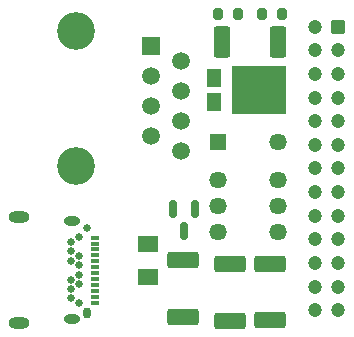
<source format=gbr>
%TF.GenerationSoftware,KiCad,Pcbnew,(6.0.5-0)*%
%TF.CreationDate,2022-06-16T12:53:31+02:00*%
%TF.ProjectId,Relay,52656c61-792e-46b6-9963-61645f706362,rev?*%
%TF.SameCoordinates,Original*%
%TF.FileFunction,Soldermask,Top*%
%TF.FilePolarity,Negative*%
%FSLAX46Y46*%
G04 Gerber Fmt 4.6, Leading zero omitted, Abs format (unit mm)*
G04 Created by KiCad (PCBNEW (6.0.5-0)) date 2022-06-16 12:53:31*
%MOMM*%
%LPD*%
G01*
G04 APERTURE LIST*
G04 Aperture macros list*
%AMRoundRect*
0 Rectangle with rounded corners*
0 $1 Rounding radius*
0 $2 $3 $4 $5 $6 $7 $8 $9 X,Y pos of 4 corners*
0 Add a 4 corners polygon primitive as box body*
4,1,4,$2,$3,$4,$5,$6,$7,$8,$9,$2,$3,0*
0 Add four circle primitives for the rounded corners*
1,1,$1+$1,$2,$3*
1,1,$1+$1,$4,$5*
1,1,$1+$1,$6,$7*
1,1,$1+$1,$8,$9*
0 Add four rect primitives between the rounded corners*
20,1,$1+$1,$2,$3,$4,$5,0*
20,1,$1+$1,$4,$5,$6,$7,0*
20,1,$1+$1,$6,$7,$8,$9,0*
20,1,$1+$1,$8,$9,$2,$3,0*%
G04 Aperture macros list end*
%ADD10O,0.650000X0.950000*%
%ADD11C,0.650000*%
%ADD12O,1.800000X0.950000*%
%ADD13O,1.400000X0.800000*%
%ADD14R,0.800000X0.300000*%
%ADD15R,1.800000X1.340000*%
%ADD16RoundRect,0.249999X-1.075001X0.450001X-1.075001X-0.450001X1.075001X-0.450001X1.075001X0.450001X0*%
%ADD17RoundRect,0.200000X0.200000X0.275000X-0.200000X0.275000X-0.200000X-0.275000X0.200000X-0.275000X0*%
%ADD18C,3.200000*%
%ADD19R,1.500000X1.500000*%
%ADD20C,1.500000*%
%ADD21RoundRect,0.150000X-0.150000X0.587500X-0.150000X-0.587500X0.150000X-0.587500X0.150000X0.587500X0*%
%ADD22R,1.200000X1.500000*%
%ADD23R,4.650000X4.150000*%
%ADD24RoundRect,0.250000X-0.350000X0.350000X-0.350000X-0.350000X0.350000X-0.350000X0.350000X0.350000X0*%
%ADD25C,1.200000*%
%ADD26R,1.458000X1.458000*%
%ADD27C,1.458000*%
%ADD28RoundRect,0.249999X0.450001X1.075001X-0.450001X1.075001X-0.450001X-1.075001X0.450001X-1.075001X0*%
G04 APERTURE END LIST*
D10*
%TO.C,J2*%
X154890000Y-78800000D03*
D11*
X154890000Y-71600000D03*
D12*
X149130000Y-79690000D03*
D13*
X153640000Y-79330000D03*
X153640000Y-71070000D03*
D12*
X149130000Y-70710000D03*
D14*
X155600000Y-72450000D03*
X155600000Y-72950000D03*
X155600000Y-73450000D03*
X155600000Y-73950000D03*
X155600000Y-74450000D03*
X155600000Y-74950000D03*
X155600000Y-75450000D03*
X155600000Y-75950000D03*
X155600000Y-76450000D03*
X155600000Y-76950000D03*
X155600000Y-77450000D03*
X155600000Y-77950000D03*
D11*
X154240000Y-78000000D03*
X153540000Y-77600000D03*
X153540000Y-76800000D03*
X154240000Y-76400000D03*
X153540000Y-76000000D03*
X154240000Y-75600000D03*
X154240000Y-74800000D03*
X153540000Y-74400000D03*
X154240000Y-74000000D03*
X153540000Y-73600000D03*
X153540000Y-72800000D03*
X154240000Y-72400000D03*
%TD*%
D15*
%TO.C,D1*%
X160075000Y-72945000D03*
X160075000Y-75805000D03*
%TD*%
D16*
%TO.C,R8*%
X170410000Y-74650000D03*
X170410000Y-79450000D03*
%TD*%
%TO.C,R7*%
X167020000Y-74680000D03*
X167020000Y-79480000D03*
%TD*%
D17*
%TO.C,R6*%
X167625000Y-53550000D03*
X165975000Y-53550000D03*
%TD*%
D18*
%TO.C,J3*%
X153950000Y-54987500D03*
X153950000Y-66417500D03*
D19*
X160300000Y-56257500D03*
D20*
X162840000Y-57527500D03*
X160300000Y-58797500D03*
X162840000Y-60067500D03*
X160300000Y-61337500D03*
X162840000Y-62607500D03*
X160300000Y-63877500D03*
X162840000Y-65147500D03*
%TD*%
D21*
%TO.C,Q1*%
X164025000Y-70012500D03*
X162125000Y-70012500D03*
X163075000Y-71887500D03*
%TD*%
D17*
%TO.C,R5*%
X171375000Y-53475000D03*
X169725000Y-53475000D03*
%TD*%
D22*
%TO.C,CR1*%
X165660000Y-60925000D03*
X165660000Y-58955000D03*
D23*
X169410000Y-59940000D03*
%TD*%
D24*
%TO.C,J1*%
X176150000Y-54592500D03*
D25*
X174150000Y-54592500D03*
X176150000Y-56592500D03*
X174150000Y-56592500D03*
X176150000Y-58592500D03*
X174150000Y-58592500D03*
X176150000Y-60592500D03*
X174150000Y-60592500D03*
X176150000Y-62592500D03*
X174150000Y-62592500D03*
X176150000Y-64592500D03*
X174150000Y-64592500D03*
X176150000Y-66592500D03*
X174150000Y-66592500D03*
X176150000Y-68592500D03*
X174150000Y-68592500D03*
X176150000Y-70592500D03*
X174150000Y-70592500D03*
X176150000Y-72592500D03*
X174150000Y-72592500D03*
X176150000Y-74592500D03*
X174150000Y-74592500D03*
X176150000Y-76592500D03*
X174150000Y-76592500D03*
X176150000Y-78592500D03*
X174150000Y-78592500D03*
%TD*%
D16*
%TO.C,R4*%
X163000000Y-74325000D03*
X163000000Y-79125000D03*
%TD*%
D26*
%TO.C,K1*%
X165974500Y-64390000D03*
D27*
X165974500Y-67590000D03*
X165974500Y-69790000D03*
X165974500Y-71990000D03*
X171054500Y-71990000D03*
X171054500Y-69790000D03*
X171054500Y-67590000D03*
X171054500Y-64390000D03*
%TD*%
D28*
%TO.C,R1*%
X171075000Y-55875000D03*
X166275000Y-55875000D03*
%TD*%
M02*

</source>
